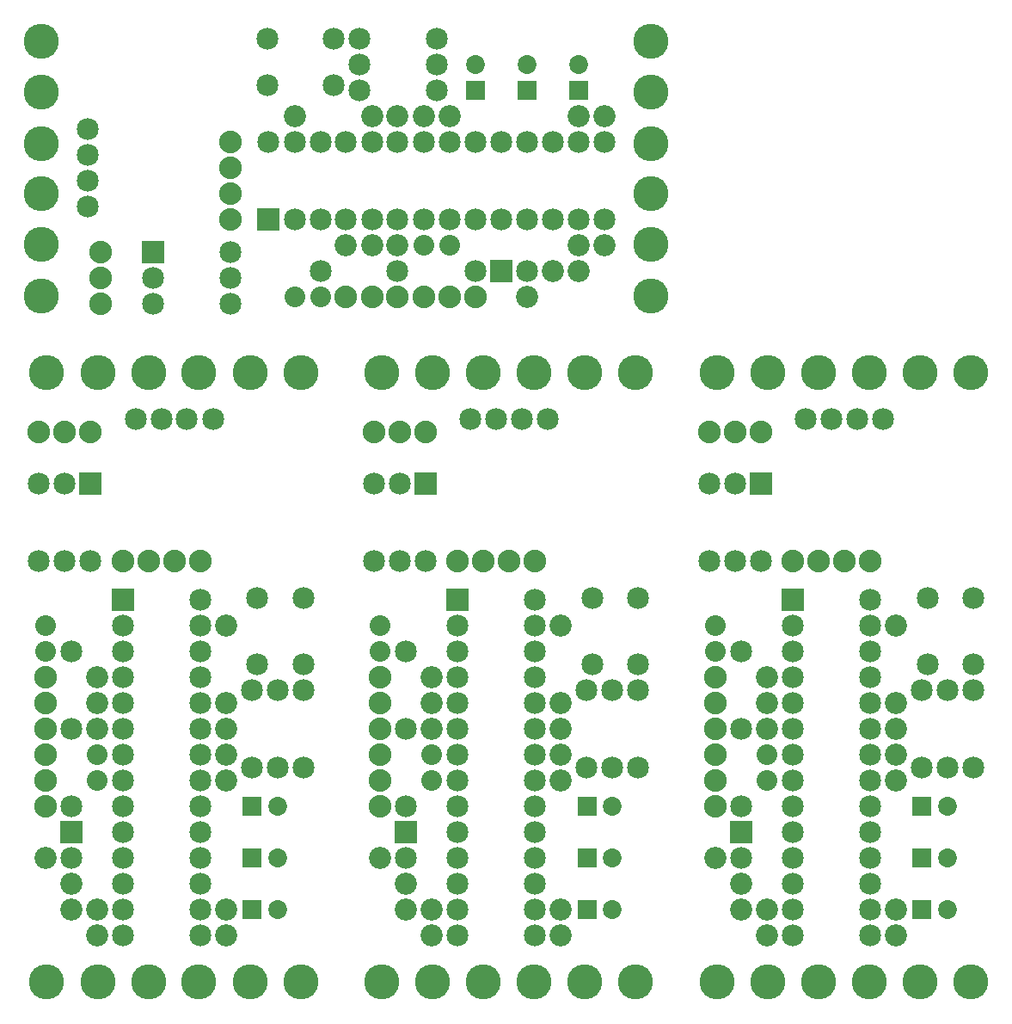
<source format=gbs>
From c3ca4f95bd59f69d45e582a4149327f57a360760 Mon Sep 17 00:00:00 2001
From: jaseg <git@jaseg.de>
Date: Sun, 30 Jan 2022 20:11:38 +0100
Subject: Rename gerbonara/gerber package to just gerbonara

---
 .../gerber/tests/resources/fritzing/combined.gbs   | 556 ---------------------
 1 file changed, 556 deletions(-)
 delete mode 100644 gerbonara/gerber/tests/resources/fritzing/combined.gbs

(limited to 'gerbonara/gerber/tests/resources/fritzing/combined.gbs')

diff --git a/gerbonara/gerber/tests/resources/fritzing/combined.gbs b/gerbonara/gerber/tests/resources/fritzing/combined.gbs
deleted file mode 100644
index 72ac193..0000000
--- a/gerbonara/gerber/tests/resources/fritzing/combined.gbs
+++ /dev/null
@@ -1,556 +0,0 @@
-G04 file was processed by a buggy GerberTools version.
-G04 file manually fixed for GerberTools #86 / #143*
-%MOIN*%
-%OFA0B0*%
-%FSLAX23Y23*%
-%IPPOS*%
-%LPD*%
-%ADD10C,0.088*%
-%ADD11C,0.08500000000000002*%
-%ADD12C,0.08*%
-%ADD13C,0.135984*%
-%ADD14C,0.085433*%
-%ADD15C,0.072992*%
-%ADD16R,0.08500000000000002X0.08500000000000002*%
-%ADD17R,0.072992X0.072992*%
-%ADD28C,0.088*%
-%ADD29C,0.08500000000000002*%
-%ADD30C,0.08*%
-%ADD31C,0.135984*%
-%ADD32C,0.085433*%
-%ADD33C,0.072992*%
-%ADD34R,0.08500000000000002X0.08500000000000002*%
-%ADD35R,0.072992X0.072992*%
-%ADD36C,0.088*%
-%ADD37C,0.08500000000000002*%
-%ADD38C,0.08*%
-%ADD39C,0.135984*%
-%ADD40C,0.085433*%
-%ADD41C,0.072992*%
-%ADD42R,0.08500000000000002X0.08500000000000002*%
-%ADD43R,0.072992X0.072992*%
-%ADD44C,0.088*%
-%ADD45C,0.08500000000000002*%
-%ADD46C,0.08*%
-%ADD47C,0.135984*%
-%ADD48C,0.085433*%
-%ADD49C,0.072992*%
-%ADD50R,0.08500000000000002X0.08500000000000002*%
-%ADD51R,0.072992X0.072992*%
-G90*
-G54D10*
-X00039Y00039D02*
-X00452Y01768D03*
-X00552Y01768D03*
-X00652Y01768D03*
-X00752Y01768D03*
-G54D11*
-X00252Y01418D03*
-X00252Y01118D03*
-G54D12*
-X00352Y00918D03*
-X00352Y01018D03*
-X00152Y01518D03*
-X00152Y01418D03*
-G54D11*
-X00452Y01618D03*
-X00752Y01618D03*
-X00452Y01518D03*
-X00752Y01518D03*
-X00452Y01418D03*
-X00752Y01418D03*
-X00452Y01317D03*
-X00752Y01317D03*
-X00452Y01218D03*
-X00752Y01218D03*
-X00452Y01118D03*
-X00752Y01118D03*
-X00452Y01018D03*
-X00752Y01018D03*
-X00452Y00918D03*
-X00752Y00918D03*
-X00452Y00818D03*
-X00752Y00818D03*
-X00452Y00718D03*
-X00752Y00718D03*
-X00452Y00618D03*
-X00752Y00618D03*
-X00452Y00518D03*
-X00752Y00518D03*
-X00452Y00418D03*
-X00752Y00418D03*
-X00452Y00318D03*
-X00752Y00318D03*
-X00252Y00818D03*
-X00252Y00718D03*
-X00252Y00618D03*
-X00502Y02318D03*
-X00602Y02318D03*
-X00701Y02318D03*
-X00802Y02318D03*
-G54D13*
-X00157Y00137D03*
-X00157Y02499D03*
-X00355Y00137D03*
-X00748Y00137D03*
-X00748Y02499D03*
-X00355Y02499D03*
-X00552Y02499D03*
-X00552Y00137D03*
-X01142Y02499D03*
-X01142Y00137D03*
-X00945Y00137D03*
-X00945Y02499D03*
-G54D10*
-X00327Y02268D03*
-X00227Y02268D03*
-X00127Y02268D03*
-G54D11*
-X01052Y01268D03*
-X01052Y00968D03*
-X01152Y01268D03*
-X01152Y00968D03*
-X00974Y01368D03*
-X00974Y01624D03*
-X01152Y01368D03*
-X01152Y01624D03*
-X00327Y02068D03*
-X00327Y01768D03*
-X00227Y02068D03*
-X00227Y01768D03*
-X00127Y02068D03*
-X00127Y01768D03*
-X00952Y01268D03*
-X00952Y00968D03*
-G54D10*
-X00152Y00818D03*
-X00152Y00918D03*
-X00152Y01018D03*
-X00152Y01118D03*
-X00152Y01218D03*
-X00152Y01317D03*
-G54D14*
-X00852Y01218D03*
-X00852Y00318D03*
-X00152Y00618D03*
-X00852Y01518D03*
-X00852Y00418D03*
-X00852Y01118D03*
-X00852Y01018D03*
-X00252Y00518D03*
-X00252Y00418D03*
-X00352Y01118D03*
-X00352Y01218D03*
-X00352Y00418D03*
-X00352Y01317D03*
-X00352Y00318D03*
-X00852Y00918D03*
-G54D15*
-X00953Y00818D03*
-X01052Y00818D03*
-X00953Y00618D03*
-X01052Y00618D03*
-X00953Y00418D03*
-X01052Y00418D03*
-G54D16*
-X00452Y01618D03*
-X00252Y00718D03*
-X00327Y02068D03*
-G54D17*
-X00953Y00818D03*
-X00953Y00618D03*
-X00953Y00418D03*
-G04 next file*
-G04 MADE WITH FRITZING*
-G04 WWW.FRITZING.ORG*
-G04 DOUBLE SIDED*
-G04 HOLES PLATED*
-G04 CONTOUR ON CENTER OF CONTOUR VECTOR*
-G90*
-G04 skipping 70*
-D28*
-X01338Y00039D02*
-X01751Y01768D03*
-X01851Y01768D03*
-X01951Y01768D03*
-X02051Y01768D03*
-D29*
-X01551Y01418D03*
-X01551Y01118D03*
-D30*
-X01651Y00918D03*
-X01651Y01018D03*
-X01451Y01518D03*
-X01451Y01418D03*
-D29*
-X01751Y01618D03*
-X02051Y01618D03*
-X01751Y01518D03*
-X02051Y01518D03*
-X01751Y01418D03*
-X02051Y01418D03*
-X01751Y01317D03*
-X02051Y01317D03*
-X01751Y01218D03*
-X02051Y01218D03*
-X01751Y01118D03*
-X02051Y01118D03*
-X01751Y01018D03*
-X02051Y01018D03*
-X01751Y00918D03*
-X02051Y00918D03*
-X01751Y00818D03*
-X02051Y00818D03*
-X01751Y00718D03*
-X02051Y00718D03*
-X01751Y00618D03*
-X02051Y00618D03*
-X01751Y00518D03*
-X02051Y00518D03*
-X01751Y00418D03*
-X02051Y00418D03*
-X01751Y00318D03*
-X02051Y00318D03*
-X01551Y00818D03*
-X01551Y00718D03*
-X01551Y00618D03*
-X01801Y02318D03*
-X01901Y02318D03*
-X02001Y02318D03*
-X02101Y02318D03*
-D31*
-X01457Y00137D03*
-X01457Y02499D03*
-X01654Y00137D03*
-X02047Y00137D03*
-X02047Y02499D03*
-X01654Y02499D03*
-X01851Y02499D03*
-X01851Y00137D03*
-X02441Y02499D03*
-X02441Y00137D03*
-X02244Y00137D03*
-X02244Y02499D03*
-D28*
-X01626Y02268D03*
-X01526Y02268D03*
-X01426Y02268D03*
-D29*
-X02351Y01268D03*
-X02351Y00968D03*
-X02451Y01268D03*
-X02451Y00968D03*
-X02273Y01368D03*
-X02273Y01624D03*
-X02451Y01368D03*
-X02451Y01624D03*
-X01626Y02068D03*
-X01626Y01768D03*
-X01526Y02068D03*
-X01526Y01768D03*
-X01426Y02068D03*
-X01426Y01768D03*
-X02251Y01268D03*
-X02251Y00968D03*
-D28*
-X01451Y00818D03*
-X01451Y00918D03*
-X01451Y01018D03*
-X01451Y01118D03*
-X01451Y01218D03*
-X01451Y01317D03*
-D32*
-X02151Y01218D03*
-X02151Y00318D03*
-X01451Y00618D03*
-X02151Y01518D03*
-X02151Y00418D03*
-X02151Y01118D03*
-X02151Y01018D03*
-X01551Y00518D03*
-X01551Y00418D03*
-X01651Y01118D03*
-X01651Y01218D03*
-X01651Y00418D03*
-X01651Y01317D03*
-X01651Y00318D03*
-X02151Y00918D03*
-D33*
-X02252Y00818D03*
-X02351Y00818D03*
-X02252Y00618D03*
-X02351Y00618D03*
-X02252Y00418D03*
-X02351Y00418D03*
-D34*
-X01751Y01618D03*
-X01551Y00718D03*
-X01626Y02068D03*
-D35*
-X02252Y00818D03*
-X02252Y00618D03*
-X02252Y00418D03*
-G04 End of Mask0*
-G04 next file*
-G04 MADE WITH FRITZING*
-G04 WWW.FRITZING.ORG*
-G04 DOUBLE SIDED*
-G04 HOLES PLATED*
-G04 CONTOUR ON CENTER OF CONTOUR VECTOR*
-G90*
-G04 skipping 70*
-D36*
-X02637Y00039D02*
-X03049Y01768D03*
-X03150Y01768D03*
-X03250Y01768D03*
-X03350Y01768D03*
-D37*
-X02850Y01418D03*
-X02850Y01118D03*
-D38*
-X02950Y00918D03*
-X02950Y01018D03*
-X02750Y01518D03*
-X02750Y01418D03*
-D37*
-X03049Y01618D03*
-X03350Y01618D03*
-X03049Y01518D03*
-X03350Y01518D03*
-X03049Y01418D03*
-X03350Y01418D03*
-X03049Y01317D03*
-X03350Y01317D03*
-X03049Y01218D03*
-X03350Y01218D03*
-X03049Y01118D03*
-X03350Y01118D03*
-X03049Y01018D03*
-X03350Y01018D03*
-X03049Y00918D03*
-X03350Y00918D03*
-X03049Y00818D03*
-X03350Y00818D03*
-X03049Y00718D03*
-X03350Y00718D03*
-X03049Y00618D03*
-X03350Y00618D03*
-X03049Y00518D03*
-X03350Y00518D03*
-X03049Y00418D03*
-X03350Y00418D03*
-X03049Y00318D03*
-X03350Y00318D03*
-X02850Y00818D03*
-X02850Y00718D03*
-X02850Y00618D03*
-X03100Y02318D03*
-X03200Y02318D03*
-X03300Y02318D03*
-X03400Y02318D03*
-D39*
-X02756Y00137D03*
-X02756Y02499D03*
-X02953Y00137D03*
-X03346Y00137D03*
-X03346Y02499D03*
-X02953Y02499D03*
-X03150Y02499D03*
-X03150Y00137D03*
-X03740Y02499D03*
-X03740Y00137D03*
-X03543Y00137D03*
-X03543Y02499D03*
-D36*
-X02925Y02268D03*
-X02825Y02268D03*
-X02725Y02268D03*
-D37*
-X03650Y01268D03*
-X03650Y00968D03*
-X03750Y01268D03*
-X03750Y00968D03*
-X03572Y01368D03*
-X03572Y01624D03*
-X03750Y01368D03*
-X03750Y01624D03*
-X02925Y02068D03*
-X02925Y01768D03*
-X02825Y02068D03*
-X02825Y01768D03*
-X02725Y02068D03*
-X02725Y01768D03*
-X03550Y01268D03*
-X03550Y00968D03*
-D36*
-X02750Y00818D03*
-X02750Y00918D03*
-X02750Y01018D03*
-X02750Y01118D03*
-X02750Y01218D03*
-X02750Y01317D03*
-D40*
-X03450Y01218D03*
-X03450Y00318D03*
-X02750Y00618D03*
-X03450Y01518D03*
-X03450Y00418D03*
-X03450Y01118D03*
-X03450Y01018D03*
-X02850Y00518D03*
-X02850Y00418D03*
-X02950Y01118D03*
-X02950Y01218D03*
-X02950Y00418D03*
-X02950Y01317D03*
-X02950Y00318D03*
-X03450Y00918D03*
-D41*
-X03550Y00818D03*
-X03650Y00818D03*
-X03550Y00618D03*
-X03650Y00618D03*
-X03550Y00418D03*
-X03650Y00418D03*
-D42*
-X03049Y01618D03*
-X02850Y00718D03*
-X02925Y02068D03*
-D43*
-X03550Y00818D03*
-X03550Y00618D03*
-X03550Y00418D03*
-G04 End of Mask0*
-G04 next file*
-G04 MADE WITH FRITZING*
-G04 WWW.FRITZING.ORG*
-G04 DOUBLE SIDED*
-G04 HOLES PLATED*
-G04 CONTOUR ON CENTER OF CONTOUR VECTOR*
-G90*
-G04 skipping 70*
-D44*
-X02598Y02677D02*
-X00869Y03090D03*
-X00869Y03190D03*
-X00869Y03290D03*
-X00869Y03390D03*
-D45*
-X01219Y02890D03*
-X01518Y02890D03*
-D46*
-X01719Y02990D03*
-X01619Y02990D03*
-X01119Y02790D03*
-X01219Y02790D03*
-D45*
-X01018Y03090D03*
-X01018Y03390D03*
-X01119Y03090D03*
-X01119Y03390D03*
-X01219Y03090D03*
-X01219Y03390D03*
-X01318Y03090D03*
-X01318Y03390D03*
-X01419Y03090D03*
-X01419Y03390D03*
-X01518Y03090D03*
-X01518Y03390D03*
-X01619Y03090D03*
-X01619Y03390D03*
-X01719Y03090D03*
-X01719Y03390D03*
-X01819Y03090D03*
-X01819Y03390D03*
-X01919Y03090D03*
-X01919Y03390D03*
-X02019Y03090D03*
-X02019Y03390D03*
-X02119Y03090D03*
-X02119Y03390D03*
-X02219Y03090D03*
-X02219Y03390D03*
-X02319Y03090D03*
-X02319Y03390D03*
-X01819Y02890D03*
-X01919Y02890D03*
-X02019Y02890D03*
-X00318Y03140D03*
-X00318Y03240D03*
-X00318Y03340D03*
-X00318Y03440D03*
-D47*
-X02500Y02795D03*
-X00138Y02795D03*
-X02500Y02993D03*
-X02500Y03386D03*
-X00138Y03386D03*
-X00138Y02993D03*
-X00138Y03190D03*
-X02500Y03190D03*
-X00138Y03780D03*
-X02500Y03780D03*
-X02500Y03583D03*
-X00138Y03583D03*
-D44*
-X00368Y02965D03*
-X00368Y02865D03*
-X00368Y02765D03*
-D45*
-X01369Y03690D03*
-X01669Y03690D03*
-X01369Y03790D03*
-X01669Y03790D03*
-X01269Y03612D03*
-X01012Y03612D03*
-X01269Y03790D03*
-X01012Y03790D03*
-X00569Y02965D03*
-X00869Y02965D03*
-X00569Y02865D03*
-X00869Y02865D03*
-X00569Y02765D03*
-X00869Y02765D03*
-X01369Y03590D03*
-X01669Y03590D03*
-D44*
-X01819Y02790D03*
-X01719Y02790D03*
-X01619Y02790D03*
-X01518Y02790D03*
-X01419Y02790D03*
-X01318Y02790D03*
-D48*
-X01419Y03490D03*
-X02319Y03490D03*
-X02019Y02790D03*
-X01119Y03490D03*
-X02219Y03490D03*
-X01518Y03490D03*
-X01619Y03490D03*
-X02119Y02890D03*
-X02219Y02890D03*
-X01518Y02990D03*
-X01419Y02990D03*
-X02219Y02990D03*
-X01318Y02990D03*
-X02319Y02990D03*
-X01719Y03490D03*
-D49*
-X01819Y03591D03*
-X01819Y03690D03*
-X02019Y03591D03*
-X02019Y03690D03*
-X02219Y03591D03*
-X02219Y03690D03*
-D50*
-X01018Y03090D03*
-X01919Y02890D03*
-X00569Y02965D03*
-D51*
-X01819Y03591D03*
-X02019Y03591D03*
-X02219Y03591D03*
-G04 End of Mask0*
-M02*
-- 
cgit 


</source>
